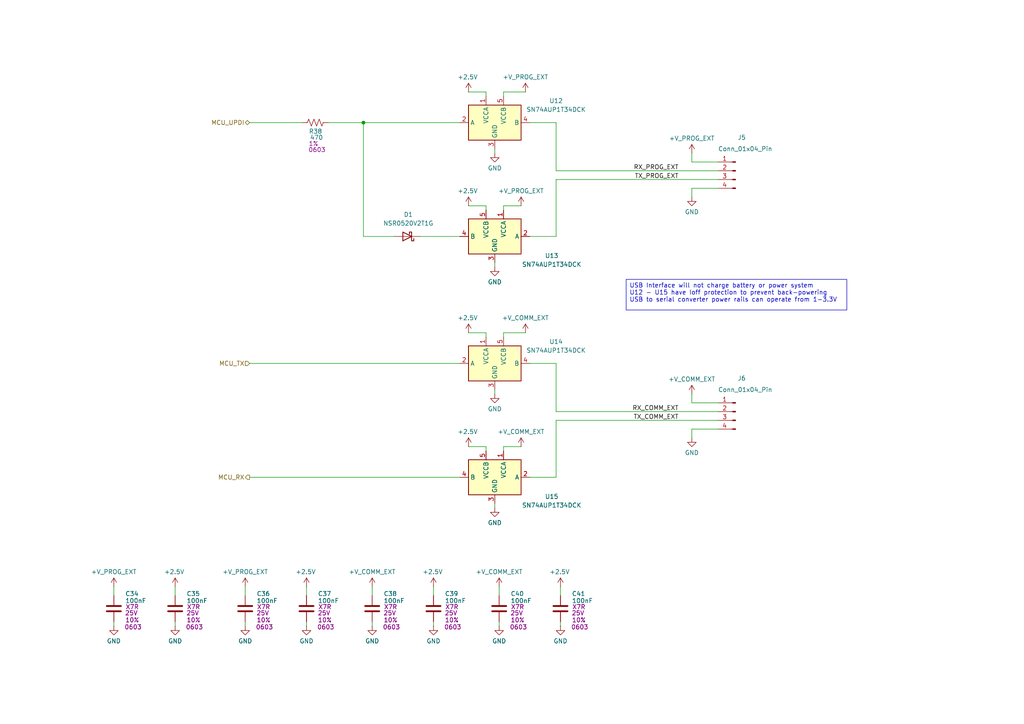
<source format=kicad_sch>
(kicad_sch (version 20231120) (generator "eeschema") (generator_version "8.0")
  (paper "A4")
  (title_block (title "KSS V50") (date "2024-09-23") (rev "A") (company "Aidan P."))
  (lib_symbols
    (symbol "Connector:Conn_01x04_Pin" (pin_names (offset 1.016) hide)
      (property "Reference" "J" (at 0 5.08 0))
      (property "Value" "Conn_01x04_Pin" (at 0 -7.62 0))
      (symbol "Conn_01x04_Pin_1_1"
        (polyline (pts (xy 1.27 -5.08) (xy 0.8636 -5.08)) (stroke (width 0.1524)))
        (polyline (pts (xy 1.27 -2.54) (xy 0.8636 -2.54)) (stroke (width 0.1524)))
        (polyline (pts (xy 1.27 0) (xy 0.8636 0)) (stroke (width 0.1524)))
        (polyline (pts (xy 1.27 2.54) (xy 0.8636 2.54)) (stroke (width 0.1524)))
        (rectangle (start 0.8636 -4.953) (end 0 -5.207) (stroke (width 0.1524)) (fill (type outline)))
        (rectangle (start 0.8636 -2.413) (end 0 -2.667) (stroke (width 0.1524)) (fill (type outline)))
        (rectangle (start 0.8636 0.127) (end 0 -0.127) (stroke (width 0.1524)) (fill (type outline)))
        (rectangle (start 0.8636 2.667) (end 0 2.413) (stroke (width 0.1524)) (fill (type outline)))
        (pin passive line (at 5.08 2.54 180) (length 3.81) (name "Pin_1") (number "1"))
        (pin passive line (at 5.08 0 180) (length 3.81) (name "Pin_2") (number "2"))
        (pin passive line (at 5.08 -2.54 180) (length 3.81) (name "Pin_3") (number "3"))
        (pin passive line (at 5.08 -5.08 180) (length 3.81) (name "Pin_4") (number "4"))
      )
    )
    (symbol "Device:C" (pin_numbers hide) (pin_names (offset 0.254))
      (property "Reference" "C" (at 0.635 2.54 0))
      (property "Value" "C" (at 0.635 -2.54 0))
      (symbol "C_0_1"
        (polyline (pts (xy -2.032 -0.762) (xy 2.032 -0.762)) (stroke (width 0.508)))
        (polyline (pts (xy -2.032 0.762) (xy 2.032 0.762)) (stroke (width 0.508)))
      )
      (symbol "C_1_1"
        (pin passive line (at 0 3.81 270) (length 2.794) (name "~") (number "1"))
        (pin passive line (at 0 -3.81 90) (length 2.794) (name "~") (number "2"))
      )
    )
    (symbol "Device:D_Schottky" (pin_numbers hide) (pin_names (offset 1.016) hide)
      (property "Reference" "D" (at 0 2.54 0))
      (property "Value" "D_Schottky" (at 0 -2.54 0))
      (symbol "D_Schottky_0_1"
        (polyline (pts (xy 1.27 0) (xy -1.27 0)))
        (polyline (pts (xy 1.27 1.27) (xy 1.27 -1.27) (xy -1.27 0) (xy 1.27 1.27)) (stroke (width 0.254)))
        (polyline (pts (xy -1.905 0.635) (xy -1.905 1.27) (xy -1.27 1.27) (xy -1.27 -1.27) (xy -0.635 -1.27) (xy -0.635 -0.635)) (stroke (width 0.254)))
      )
      (symbol "D_Schottky_1_1"
        (pin passive line (at -3.81 0 0) (length 2.54) (name "K") (number "1"))
        (pin passive line (at 3.81 0 180) (length 2.54) (name "A") (number "2"))
      )
    )
    (symbol "Device:R_US" (pin_numbers hide) (pin_names (offset 0))
      (property "Reference" "R" (at 2.54 0 90))
      (property "Value" "R_US" (at -2.54 0 90))
      (symbol "R_US_0_1"
        (polyline (pts (xy 0 -2.286) (xy 0 -2.54)))
        (polyline (pts (xy 0 2.286) (xy 0 2.54)))
        (polyline (pts (xy 0 -0.762) (xy 1.016 -1.143) (xy 0 -1.524) (xy -1.016 -1.905) (xy 0 -2.286)))
        (polyline (pts (xy 0 0.762) (xy 1.016 0.381) (xy 0 0) (xy -1.016 -0.381) (xy 0 -0.762)))
        (polyline (pts (xy 0 2.286) (xy 1.016 1.905) (xy 0 1.524) (xy -1.016 1.143) (xy 0 0.762)))
      )
      (symbol "R_US_1_1"
        (pin passive line (at 0 3.81 270) (length 1.27) (name "~") (number "1"))
        (pin passive line (at 0 -3.81 90) (length 1.27) (name "~") (number "2"))
      )
    )
    (symbol "Logic_LevelTranslator:SN74AUP1T34DCK"
      (property "Reference" "U" (at -6.35 6.35 0))
      (property "Value" "SN74AUP1T34DCK" (at 11.43 6.35 0))
      (symbol "SN74AUP1T34DCK_0_1"
        (rectangle (start -7.62 -5.08) (end 7.62 5.08) (stroke (width 0.254)) (fill (type background)))
        (pin power_in line (at -2.54 7.62 270) (length 2.54) (name "VCCA") (number "1"))
        (pin input line (at -10.16 0 0) (length 2.54) (name "A") (number "2"))
        (pin power_in line (at 0 -7.62 90) (length 2.54) (name "GND") (number "3"))
        (pin output line (at 10.16 0 180) (length 2.54) (name "B") (number "4"))
        (pin power_in line (at 2.54 7.62 270) (length 2.54) (name "VCCB") (number "5"))
      )
    )
    (symbol "power:+3.3V" (power) (pin_numbers hide) (pin_names (offset 0) hide)
      (property "Value" "+3.3V" (at 0 3.556 0))
      (symbol "+3.3V_0_1"
        (polyline (pts (xy -0.762 1.27) (xy 0 2.54)))
        (polyline (pts (xy 0 0) (xy 0 2.54)))
        (polyline (pts (xy 0 2.54) (xy 0.762 1.27)))
      )
      (symbol "+3.3V_1_1"
        (pin power_in line (at 0 0 90) (length 0) (name "~") (number "1"))
      )
    )
    (symbol "power:GND" (power) (pin_numbers hide) (pin_names (offset 0) hide)
      (property "Value" "GND" (at 0 -3.81 0))
      (symbol "GND_0_1"
        (polyline (pts (xy 0 0) (xy 0 -1.27) (xy 1.27 -1.27) (xy 0 -2.54) (xy -1.27 -1.27) (xy 0 -1.27)))
      )
      (symbol "GND_1_1"
        (pin power_in line (at 0 0 270) (length 0) (name "~") (number "1"))
      )
    )
  )
  (junction (at 105.41 35.56))
  (wire (pts (xy 146.05 129.54) (xy 146.05 130.81)))
  (wire (pts (xy 208.28 119.38) (xy 161.29 119.38)))
  (wire (pts (xy 161.29 105.41) (xy 153.67 105.41)))
  (wire (pts (xy 200.66 46.99) (xy 200.66 44.45)))
  (wire (pts (xy 208.28 54.61) (xy 200.66 54.61)))
  (wire (pts (xy 146.05 96.52) (xy 146.05 97.79)))
  (wire (pts (xy 143.51 76.2) (xy 143.51 77.47)))
  (wire (pts (xy 161.29 52.07) (xy 208.28 52.07)))
  (wire (pts (xy 200.66 54.61) (xy 200.66 57.15)))
  (wire (pts (xy 107.95 172.72) (xy 107.95 170.18)))
  (wire (pts (xy 152.4 96.52) (xy 146.05 96.52)))
  (wire (pts (xy 200.66 116.84) (xy 200.66 114.3)))
  (wire (pts (xy 140.97 26.67) (xy 135.89 26.67)))
  (wire (pts (xy 125.73 172.72) (xy 125.73 170.18)))
  (wire (pts (xy 208.28 49.53) (xy 161.29 49.53)))
  (wire (pts (xy 146.05 59.69) (xy 146.05 60.96)))
  (wire (pts (xy 140.97 129.54) (xy 135.89 129.54)))
  (wire (pts (xy 144.78 172.72) (xy 144.78 170.18)))
  (wire (pts (xy 140.97 96.52) (xy 135.89 96.52)))
  (wire (pts (xy 208.28 124.46) (xy 200.66 124.46)))
  (wire (pts (xy 140.97 27.94) (xy 140.97 26.67)))
  (wire (pts (xy 105.41 68.58) (xy 105.41 35.56)))
  (wire (pts (xy 208.28 46.99) (xy 200.66 46.99)))
  (wire (pts (xy 161.29 138.43) (xy 161.29 121.92)))
  (wire (pts (xy 152.4 26.67) (xy 146.05 26.67)))
  (wire (pts (xy 71.12 172.72) (xy 71.12 170.18)))
  (wire (pts (xy 140.97 60.96) (xy 140.97 59.69)))
  (wire (pts (xy 71.12 180.34) (xy 71.12 181.61)))
  (wire (pts (xy 33.02 172.72) (xy 33.02 170.18)))
  (wire (pts (xy 125.73 180.34) (xy 125.73 181.61)))
  (wire (pts (xy 50.8 172.72) (xy 50.8 170.18)))
  (wire (pts (xy 144.78 180.34) (xy 144.78 181.61)))
  (wire (pts (xy 146.05 26.67) (xy 146.05 27.94)))
  (wire (pts (xy 161.29 49.53) (xy 161.29 35.56)))
  (wire (pts (xy 143.51 113.03) (xy 143.51 114.3)))
  (wire (pts (xy 50.8 180.34) (xy 50.8 181.61)))
  (wire (pts (xy 72.39 138.43) (xy 133.35 138.43)))
  (wire (pts (xy 107.95 180.34) (xy 107.95 181.61)))
  (wire (pts (xy 208.28 116.84) (xy 200.66 116.84)))
  (wire (pts (xy 151.13 59.69) (xy 146.05 59.69)))
  (wire (pts (xy 153.67 138.43) (xy 161.29 138.43)))
  (wire (pts (xy 162.56 180.34) (xy 162.56 181.61)))
  (wire (pts (xy 161.29 68.58) (xy 161.29 52.07)))
  (wire (pts (xy 161.29 119.38) (xy 161.29 105.41)))
  (wire (pts (xy 88.9 180.34) (xy 88.9 181.61)))
  (wire (pts (xy 151.13 129.54) (xy 146.05 129.54)))
  (wire (pts (xy 72.39 105.41) (xy 133.35 105.41)))
  (wire (pts (xy 33.02 180.34) (xy 33.02 181.61)))
  (wire (pts (xy 162.56 172.72) (xy 162.56 170.18)))
  (wire (pts (xy 105.41 35.56) (xy 133.35 35.56)))
  (wire (pts (xy 140.97 97.79) (xy 140.97 96.52)))
  (wire (pts (xy 161.29 121.92) (xy 208.28 121.92)))
  (wire (pts (xy 143.51 43.18) (xy 143.51 44.45)))
  (wire (pts (xy 140.97 130.81) (xy 140.97 129.54)))
  (wire (pts (xy 143.51 146.05) (xy 143.51 147.32)))
  (wire (pts (xy 153.67 68.58) (xy 161.29 68.58)))
  (wire (pts (xy 72.39 35.56) (xy 87.63 35.56)))
  (wire (pts (xy 114.3 68.58) (xy 105.41 68.58)))
  (wire (pts (xy 121.92 68.58) (xy 133.35 68.58)))
  (wire (pts (xy 140.97 59.69) (xy 135.89 59.69)))
  (wire (pts (xy 88.9 172.72) (xy 88.9 170.18)))
  (wire (pts (xy 200.66 124.46) (xy 200.66 127)))
  (wire (pts (xy 95.25 35.56) (xy 105.41 35.56)))
  (wire (pts (xy 161.29 35.56) (xy 153.67 35.56)))
  (text_box "USB Interface will not charge battery or power system\nU12 - U15 have Ioff protection to prevent back-powering\nUSB to serial converter power rails can operate from 1-3.3V" (at 181.61 81.026 0) (size 64.008 8.89) (effects (font (size 1.27 1.27)) (justify left top)))
  (label "TX_COMM_EXT" (at 196.85 121.92 180))
  (label "RX_COMM_EXT" (at 196.85 119.38 180))
  (label "RX_PROG_EXT" (at 196.85 49.53 180))
  (label "TX_PROG_EXT" (at 196.85 52.07 180))
  (hierarchical_label "MCU_UPDI" (shape bidirectional) (at 72.39 35.56 180))
  (hierarchical_label "MCU_TX" (shape input) (at 72.39 105.41 180))
  (hierarchical_label "MCU_RX" (shape output) (at 72.39 138.43 180))
  (symbol (lib_id "power:GND") (at 144.78 181.61 0) (mirror y) (unit 1)
    (property "Reference" "#PWR0118" (effects (hide yes)))
    (property "Value" "GND" (at 144.78 185.928 0))
    (property "Description" "Power symbol creates a global label with name \"GND\" , ground" (effects (hide yes)))
  )
  (symbol (lib_id "Device:C") (at 88.9 176.53 0) (unit 1)
    (property "Reference" "C37" (at 92.202 172.212 0) (effects (justify left)))
    (property "Value" "100nF" (at 92.202 174.244 0) (effects (justify left)))
    (property "Footprint" "Capacitor_SMD:C_0603_1608Metric" (effects (hide yes)))
    (property "Description" "Unpolarized capacitor" (effects (hide yes)))
    (property "MPN" "CC0603KRX7R8BB104" (effects (hide yes)))
    (property "DPN" "311-1341-1-ND" (effects (hide yes)))
    (property "Tolerance" "10%" (at 94.234 179.832 0))
    (property "Dialectric" "X7R" (at 94.234 176.022 0))
    (property "Voltage Rating" "25V" (at 93.98 177.8 0))
    (property "Package" "0603" (at 94.488 181.864 0))
  )
  (symbol (lib_id "power:+3.3V") (at 135.89 26.67 0) (unit 1)
    (property "Reference" "#PWR077" (effects (hide yes)))
    (property "Value" "+2.5V" (at 135.636 22.352 0))
    (property "Description" "Power symbol creates a global label with name \"+3.3V\"" (effects (hide yes)))
  )
  (symbol (lib_id "power:+3.3V") (at 71.12 170.18 0) (unit 1)
    (property "Reference" "#PWR0106" (effects (hide yes)))
    (property "Value" "+V_PROG_EXT" (at 71.12 165.862 0))
    (property "Description" "Power symbol creates a global label with name \"+3.3V\"" (effects (hide yes)))
  )
  (symbol (lib_id "Device:C") (at 71.12 176.53 0) (unit 1)
    (property "Reference" "C36" (at 74.422 172.212 0) (effects (justify left)))
    (property "Value" "100nF" (at 74.422 174.244 0) (effects (justify left)))
    (property "Footprint" "Capacitor_SMD:C_0603_1608Metric" (effects (hide yes)))
    (property "Description" "Unpolarized capacitor" (effects (hide yes)))
    (property "MPN" "CC0603KRX7R8BB104" (effects (hide yes)))
    (property "DPN" "311-1341-1-ND" (effects (hide yes)))
    (property "Tolerance" "10%" (at 76.454 179.832 0))
    (property "Dialectric" "X7R" (at 76.454 176.022 0))
    (property "Voltage Rating" "25V" (at 76.2 177.8 0))
    (property "Package" "0603" (at 76.708 181.864 0))
  )
  (symbol (lib_id "Logic_LevelTranslator:SN74AUP1T34DCK") (at 143.51 105.41 0) (unit 1)
    (property "Reference" "U14" (at 161.29 99.0914 0))
    (property "Value" "SN74AUP1T34DCK" (at 161.29 101.6314 0))
    (property "Footprint" "Package_TO_SOT_SMD:SOT-353_SC-70-5" (effects (hide yes)))
    (property "Datasheet" "http://www.ti.com/lit/ds/symlink/sn74aup1t34.pdf" (effects (hide yes)))
    (property "Description" "1-Bit Unidirectional Voltage-Level Translator, SC-70" (effects (hide yes)))
    (property "DPN" "296-34900-1-ND" (effects (hide yes)))
    (property "MPN" "SN74AUP1T34DCKR" (effects (hide yes)))
  )
  (symbol (lib_id "power:GND") (at 143.51 147.32 0) (mirror y) (unit 1)
    (property "Reference" "#PWR0103" (effects (hide yes)))
    (property "Value" "GND" (at 143.51 151.638 0))
    (property "Description" "Power symbol creates a global label with name \"GND\" , ground" (effects (hide yes)))
  )
  (symbol (lib_id "power:GND") (at 200.66 127 0) (mirror y) (unit 1)
    (property "Reference" "#PWR0100" (effects (hide yes)))
    (property "Value" "GND" (at 200.66 131.318 0))
    (property "Description" "Power symbol creates a global label with name \"GND\" , ground" (effects (hide yes)))
  )
  (symbol (lib_id "power:+3.3V") (at 135.89 129.54 0) (unit 1)
    (property "Reference" "#PWR096" (effects (hide yes)))
    (property "Value" "+2.5V" (at 135.636 125.222 0))
    (property "Description" "Power symbol creates a global label with name \"+3.3V\"" (effects (hide yes)))
  )
  (symbol (lib_id "power:GND") (at 107.95 181.61 0) (mirror y) (unit 1)
    (property "Reference" "#PWR0116" (effects (hide yes)))
    (property "Value" "GND" (at 107.95 185.928 0))
    (property "Description" "Power symbol creates a global label with name \"GND\" , ground" (effects (hide yes)))
  )
  (symbol (lib_id "power:+3.3V") (at 135.89 96.52 0) (unit 1)
    (property "Reference" "#PWR093" (effects (hide yes)))
    (property "Value" "+2.5V" (at 135.636 92.202 0))
    (property "Description" "Power symbol creates a global label with name \"+3.3V\"" (effects (hide yes)))
  )
  (symbol (lib_id "Logic_LevelTranslator:SN74AUP1T34DCK") (at 143.51 35.56 0) (unit 1)
    (property "Reference" "U12" (at 161.29 29.2414 0))
    (property "Value" "SN74AUP1T34DCK" (at 161.29 31.7814 0))
    (property "Footprint" "Package_TO_SOT_SMD:SOT-353_SC-70-5" (effects (hide yes)))
    (property "Datasheet" "http://www.ti.com/lit/ds/symlink/sn74aup1t34.pdf" (effects (hide yes)))
    (property "Description" "1-Bit Unidirectional Voltage-Level Translator, SC-70" (effects (hide yes)))
    (property "DPN" "296-34900-1-ND" (effects (hide yes)))
    (property "MPN" "SN74AUP1T34DCKR" (effects (hide yes)))
  )
  (symbol (lib_id "power:GND") (at 88.9 181.61 0) (mirror y) (unit 1)
    (property "Reference" "#PWR0115" (effects (hide yes)))
    (property "Value" "GND" (at 88.9 185.928 0))
    (property "Description" "Power symbol creates a global label with name \"GND\" , ground" (effects (hide yes)))
  )
  (symbol (lib_id "power:GND") (at 143.51 77.47 0) (mirror y) (unit 1)
    (property "Reference" "#PWR095" (effects (hide yes)))
    (property "Value" "GND" (at 143.51 81.788 0))
    (property "Description" "Power symbol creates a global label with name \"GND\" , ground" (effects (hide yes)))
  )
  (symbol (lib_id "Device:C") (at 125.73 176.53 0) (unit 1)
    (property "Reference" "C39" (at 129.032 172.212 0) (effects (justify left)))
    (property "Value" "100nF" (at 129.032 174.244 0) (effects (justify left)))
    (property "Footprint" "Capacitor_SMD:C_0603_1608Metric" (effects (hide yes)))
    (property "Description" "Unpolarized capacitor" (effects (hide yes)))
    (property "MPN" "CC0603KRX7R8BB104" (effects (hide yes)))
    (property "DPN" "311-1341-1-ND" (effects (hide yes)))
    (property "Tolerance" "10%" (at 131.064 179.832 0))
    (property "Dialectric" "X7R" (at 131.064 176.022 0))
    (property "Voltage Rating" "25V" (at 130.81 177.8 0))
    (property "Package" "0603" (at 131.318 181.864 0))
  )
  (symbol (lib_id "power:+3.3V") (at 162.56 170.18 0) (unit 1)
    (property "Reference" "#PWR0109" (effects (hide yes)))
    (property "Value" "+2.5V" (at 162.306 165.862 0))
    (property "Description" "Power symbol creates a global label with name \"+3.3V\"" (effects (hide yes)))
  )
  (symbol (lib_id "power:+3.3V") (at 151.13 129.54 0) (unit 1)
    (property "Reference" "#PWR0102" (effects (hide yes)))
    (property "Value" "+V_COMM_EXT" (at 151.13 125.222 0))
    (property "Description" "Power symbol creates a global label with name \"+3.3V\"" (effects (hide yes)))
  )
  (symbol (lib_id "Device:C") (at 50.8 176.53 0) (unit 1)
    (property "Reference" "C35" (at 54.102 172.212 0) (effects (justify left)))
    (property "Value" "100nF" (at 54.102 174.244 0) (effects (justify left)))
    (property "Footprint" "Capacitor_SMD:C_0603_1608Metric" (effects (hide yes)))
    (property "Description" "Unpolarized capacitor" (effects (hide yes)))
    (property "MPN" "CC0603KRX7R8BB104" (effects (hide yes)))
    (property "DPN" "311-1341-1-ND" (effects (hide yes)))
    (property "Tolerance" "10%" (at 56.134 179.832 0))
    (property "Dialectric" "X7R" (at 56.134 176.022 0))
    (property "Voltage Rating" "25V" (at 55.88 177.8 0))
    (property "Package" "0603" (at 56.388 181.864 0))
  )
  (symbol (lib_id "Logic_LevelTranslator:SN74AUP1T34DCK") (at 143.51 138.43 0) (mirror y) (unit 1)
    (property "Reference" "U15" (at 160.02 144.018 0))
    (property "Value" "SN74AUP1T34DCK" (at 160.02 146.558 0))
    (property "Footprint" "Package_TO_SOT_SMD:SOT-353_SC-70-5" (effects (hide yes)))
    (property "Datasheet" "http://www.ti.com/lit/ds/symlink/sn74aup1t34.pdf" (effects (hide yes)))
    (property "Description" "1-Bit Unidirectional Voltage-Level Translator, SC-70" (effects (hide yes)))
    (property "DPN" "296-34900-1-ND" (effects (hide yes)))
    (property "MPN" "SN74AUP1T34DCKR" (effects (hide yes)))
  )
  (symbol (lib_id "power:+3.3V") (at 107.95 170.18 0) (unit 1)
    (property "Reference" "#PWR0108" (effects (hide yes)))
    (property "Value" "+V_COMM_EXT" (at 107.95 165.862 0))
    (property "Description" "Power symbol creates a global label with name \"+3.3V\"" (effects (hide yes)))
  )
  (symbol (lib_id "Device:C") (at 162.56 176.53 0) (unit 1)
    (property "Reference" "C41" (at 165.862 172.212 0) (effects (justify left)))
    (property "Value" "100nF" (at 165.862 174.244 0) (effects (justify left)))
    (property "Footprint" "Capacitor_SMD:C_0603_1608Metric" (effects (hide yes)))
    (property "Description" "Unpolarized capacitor" (effects (hide yes)))
    (property "MPN" "CC0603KRX7R8BB104" (effects (hide yes)))
    (property "DPN" "311-1341-1-ND" (effects (hide yes)))
    (property "Tolerance" "10%" (at 167.894 179.832 0))
    (property "Dialectric" "X7R" (at 167.894 176.022 0))
    (property "Voltage Rating" "25V" (at 167.64 177.8 0))
    (property "Package" "0603" (at 168.148 181.864 0))
  )
  (symbol (lib_id "power:+3.3V") (at 135.89 59.69 0) (unit 1)
    (property "Reference" "#PWR088" (effects (hide yes)))
    (property "Value" "+2.5V" (at 135.636 55.372 0))
    (property "Description" "Power symbol creates a global label with name \"+3.3V\"" (effects (hide yes)))
  )
  (symbol (lib_id "power:+3.3V") (at 125.73 170.18 0) (unit 1)
    (property "Reference" "#PWR0107" (effects (hide yes)))
    (property "Value" "+2.5V" (at 125.476 165.862 0))
    (property "Description" "Power symbol creates a global label with name \"+3.3V\"" (effects (hide yes)))
  )
  (symbol (lib_id "Connector:Conn_01x04_Pin") (at 213.36 49.53 0) (mirror y) (unit 1)
    (property "Reference" "J5" (at 215.138 39.878 0))
    (property "Value" "Conn_01x04_Pin" (at 216.154 43.18 0))
    (property "Footprint" "ap_built:Debug_Header" (effects (hide yes)))
    (property "Description" "Generic connector, single row, 01x04, script generated" (effects (hide yes)))
  )
  (symbol (lib_id "Device:C") (at 107.95 176.53 0) (unit 1)
    (property "Reference" "C38" (at 111.252 172.212 0) (effects (justify left)))
    (property "Value" "100nF" (at 111.252 174.244 0) (effects (justify left)))
    (property "Footprint" "Capacitor_SMD:C_0603_1608Metric" (effects (hide yes)))
    (property "Description" "Unpolarized capacitor" (effects (hide yes)))
    (property "MPN" "CC0603KRX7R8BB104" (effects (hide yes)))
    (property "DPN" "311-1341-1-ND" (effects (hide yes)))
    (property "Tolerance" "10%" (at 113.284 179.832 0))
    (property "Dialectric" "X7R" (at 113.284 176.022 0))
    (property "Voltage Rating" "25V" (at 113.03 177.8 0))
    (property "Package" "0603" (at 113.538 181.864 0))
  )
  (symbol (lib_id "power:+3.3V") (at 50.8 170.18 0) (unit 1)
    (property "Reference" "#PWR0101" (effects (hide yes)))
    (property "Value" "+2.5V" (at 50.546 165.862 0))
    (property "Description" "Power symbol creates a global label with name \"+3.3V\"" (effects (hide yes)))
  )
  (symbol (lib_id "Device:C") (at 144.78 176.53 0) (unit 1)
    (property "Reference" "C40" (at 148.082 172.212 0) (effects (justify left)))
    (property "Value" "100nF" (at 148.082 174.244 0) (effects (justify left)))
    (property "Footprint" "Capacitor_SMD:C_0603_1608Metric" (effects (hide yes)))
    (property "Description" "Unpolarized capacitor" (effects (hide yes)))
    (property "MPN" "CC0603KRX7R8BB104" (effects (hide yes)))
    (property "DPN" "311-1341-1-ND" (effects (hide yes)))
    (property "Tolerance" "10%" (at 150.114 179.832 0))
    (property "Dialectric" "X7R" (at 150.114 176.022 0))
    (property "Voltage Rating" "25V" (at 149.86 177.8 0))
    (property "Package" "0603" (at 150.368 181.864 0))
  )
  (symbol (lib_id "power:+3.3V") (at 152.4 96.52 0) (unit 1)
    (property "Reference" "#PWR097" (effects (hide yes)))
    (property "Value" "+V_COMM_EXT" (at 152.4 92.202 0))
    (property "Description" "Power symbol creates a global label with name \"+3.3V\"" (effects (hide yes)))
  )
  (symbol (lib_id "Device:D_Schottky") (at 118.11 68.58 180) (unit 1)
    (property "Reference" "D1" (at 118.4275 62.23 0))
    (property "Value" "NSR0520V2T1G" (at 118.4275 64.77 0))
    (property "Footprint" "Diode_SMD:D_SOD-523" (effects (hide yes)))
    (property "Description" "Schottky diode" (effects (hide yes)))
    (property "MPN" "NSR0520V2T1G" (effects (hide yes)))
    (property "DPN" "NSR0520V2T1GOSCT-ND" (effects (hide yes)))
  )
  (symbol (lib_id "power:GND") (at 162.56 181.61 0) (mirror y) (unit 1)
    (property "Reference" "#PWR0119" (effects (hide yes)))
    (property "Value" "GND" (at 162.56 185.928 0))
    (property "Description" "Power symbol creates a global label with name \"GND\" , ground" (effects (hide yes)))
  )
  (symbol (lib_id "power:GND") (at 33.02 181.61 0) (mirror y) (unit 1)
    (property "Reference" "#PWR0112" (effects (hide yes)))
    (property "Value" "GND" (at 33.02 185.928 0))
    (property "Description" "Power symbol creates a global label with name \"GND\" , ground" (effects (hide yes)))
  )
  (symbol (lib_id "power:GND") (at 143.51 114.3 0) (mirror y) (unit 1)
    (property "Reference" "#PWR098" (effects (hide yes)))
    (property "Value" "GND" (at 143.51 118.618 0))
    (property "Description" "Power symbol creates a global label with name \"GND\" , ground" (effects (hide yes)))
  )
  (symbol (lib_id "power:+3.3V") (at 200.66 44.45 0) (unit 1)
    (property "Reference" "#PWR091" (effects (hide yes)))
    (property "Value" "+V_PROG_EXT" (at 200.66 40.132 0))
    (property "Description" "Power symbol creates a global label with name \"+3.3V\"" (effects (hide yes)))
  )
  (symbol (lib_id "power:GND") (at 125.73 181.61 0) (mirror y) (unit 1)
    (property "Reference" "#PWR0117" (effects (hide yes)))
    (property "Value" "GND" (at 125.73 185.928 0))
    (property "Description" "Power symbol creates a global label with name \"GND\" , ground" (effects (hide yes)))
  )
  (symbol (lib_id "power:GND") (at 50.8 181.61 0) (mirror y) (unit 1)
    (property "Reference" "#PWR0113" (effects (hide yes)))
    (property "Value" "GND" (at 50.8 185.928 0))
    (property "Description" "Power symbol creates a global label with name \"GND\" , ground" (effects (hide yes)))
  )
  (symbol (lib_id "Device:R_US") (at 91.44 35.56 90) (unit 1)
    (property "Reference" "R38" (at 93.472 38.1 90) (effects (justify left)))
    (property "Value" "470" (at 93.726 39.878 90) (effects (justify left)))
    (property "Footprint" "Resistor_SMD:R_0603_1608Metric" (effects (hide yes)))
    (property "Description" "Resistor, US symbol" (effects (hide yes)))
    (property "MPN" "AC0603FR-07470RL " (effects (hide yes)))
    (property "DPN" "311-470LDCT-ND" (effects (hide yes)))
    (property "Package" "0603" (at 91.948 43.434 90))
    (property "Tolerance" "1%" (at 90.932 41.656 90))
  )
  (symbol (lib_id "Connector:Conn_01x04_Pin") (at 213.36 119.38 0) (mirror y) (unit 1)
    (property "Reference" "J6" (at 215.138 109.728 0))
    (property "Value" "Conn_01x04_Pin" (at 216.154 113.03 0))
    (property "Footprint" "ap_built:Debug_Header" (effects (hide yes)))
    (property "Description" "Generic connector, single row, 01x04, script generated" (effects (hide yes)))
  )
  (symbol (lib_id "power:GND") (at 71.12 181.61 0) (mirror y) (unit 1)
    (property "Reference" "#PWR0114" (effects (hide yes)))
    (property "Value" "GND" (at 71.12 185.928 0))
    (property "Description" "Power symbol creates a global label with name \"GND\" , ground" (effects (hide yes)))
  )
  (symbol (lib_id "power:+3.3V") (at 144.78 170.18 0) (unit 1)
    (property "Reference" "#PWR0110" (effects (hide yes)))
    (property "Value" "+V_COMM_EXT" (at 144.78 165.862 0))
    (property "Description" "Power symbol creates a global label with name \"+3.3V\"" (effects (hide yes)))
  )
  (symbol (lib_id "power:+3.3V") (at 88.9 170.18 0) (unit 1)
    (property "Reference" "#PWR0105" (effects (hide yes)))
    (property "Value" "+2.5V" (at 88.646 165.862 0))
    (property "Description" "Power symbol creates a global label with name \"+3.3V\"" (effects (hide yes)))
  )
  (symbol (lib_id "power:+3.3V") (at 33.02 170.18 0) (unit 1)
    (property "Reference" "#PWR0104" (effects (hide yes)))
    (property "Value" "+V_PROG_EXT" (at 33.02 165.862 0))
    (property "Description" "Power symbol creates a global label with name \"+3.3V\"" (effects (hide yes)))
  )
  (symbol (lib_id "power:+3.3V") (at 200.66 114.3 0) (unit 1)
    (property "Reference" "#PWR099" (effects (hide yes)))
    (property "Value" "+V_COMM_EXT" (at 200.66 109.982 0))
    (property "Description" "Power symbol creates a global label with name \"+3.3V\"" (effects (hide yes)))
  )
  (symbol (lib_id "power:+3.3V") (at 151.13 59.69 0) (unit 1)
    (property "Reference" "#PWR094" (effects (hide yes)))
    (property "Value" "+V_PROG_EXT" (at 151.13 55.372 0))
    (property "Description" "Power symbol creates a global label with name \"+3.3V\"" (effects (hide yes)))
  )
  (symbol (lib_id "Device:C") (at 33.02 176.53 0) (unit 1)
    (property "Reference" "C34" (at 36.322 172.212 0) (effects (justify left)))
    (property "Value" "100nF" (at 36.322 174.244 0) (effects (justify left)))
    (property "Footprint" "Capacitor_SMD:C_0603_1608Metric" (effects (hide yes)))
    (property "Description" "Unpolarized capacitor" (effects (hide yes)))
    (property "MPN" "CC0603KRX7R8BB104" (effects (hide yes)))
    (property "DPN" "311-1341-1-ND" (effects (hide yes)))
    (property "Tolerance" "10%" (at 38.354 179.832 0))
    (property "Dialectric" "X7R" (at 38.354 176.022 0))
    (property "Voltage Rating" "25V" (at 38.1 177.8 0))
    (property "Package" "0603" (at 38.608 181.864 0))
  )
  (symbol (lib_id "power:+3.3V") (at 152.4 26.67 0) (unit 1)
    (property "Reference" "#PWR089" (effects (hide yes)))
    (property "Value" "+V_PROG_EXT" (at 152.4 22.352 0))
    (property "Description" "Power symbol creates a global label with name \"+3.3V\"" (effects (hide yes)))
  )
  (symbol (lib_id "power:GND") (at 143.51 44.45 0) (mirror y) (unit 1)
    (property "Reference" "#PWR090" (effects (hide yes)))
    (property "Value" "GND" (at 143.51 48.768 0))
    (property "Description" "Power symbol creates a global label with name \"GND\" , ground" (effects (hide yes)))
  )
  (symbol (lib_id "power:GND") (at 200.66 57.15 0) (mirror y) (unit 1)
    (property "Reference" "#PWR092" (effects (hide yes)))
    (property "Value" "GND" (at 200.66 61.468 0))
    (property "Description" "Power symbol creates a global label with name \"GND\" , ground" (effects (hide yes)))
  )
  (symbol (lib_id "Logic_LevelTranslator:SN74AUP1T34DCK") (at 143.51 68.58 0) (mirror y) (unit 1)
    (property "Reference" "U13" (at 160.02 74.168 0))
    (property "Value" "SN74AUP1T34DCK" (at 160.02 76.708 0))
    (property "Footprint" "Package_TO_SOT_SMD:SOT-353_SC-70-5" (effects (hide yes)))
    (property "Datasheet" "http://www.ti.com/lit/ds/symlink/sn74aup1t34.pdf" (effects (hide yes)))
    (property "Description" "1-Bit Unidirectional Voltage-Level Translator, SC-70" (effects (hide yes)))
    (property "DPN" "296-34900-1-ND" (effects (hide yes)))
    (property "MPN" "SN74AUP1T34DCKR" (effects (hide yes)))
  )
)
</source>
